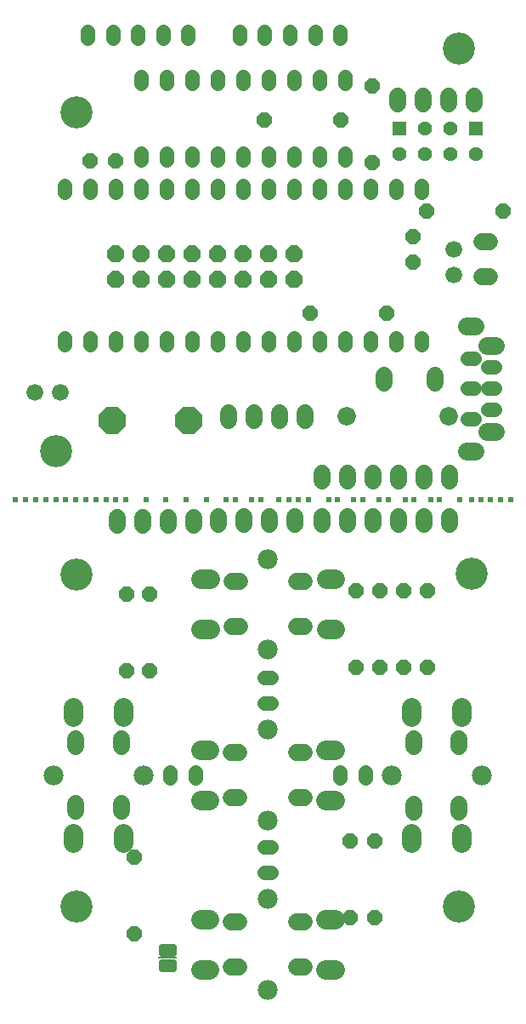
<source format=gbs>
G75*
G70*
%OFA0B0*%
%FSLAX24Y24*%
%IPPOS*%
%LPD*%
%AMOC8*
5,1,8,0,0,1.08239X$1,22.5*
%
%ADD10C,0.0237*%
%ADD11C,0.0572*%
%ADD12OC8,0.1080*%
%ADD13OC8,0.0572*%
%ADD14C,0.0660*%
%ADD15C,0.0566*%
%ADD16C,0.1261*%
%ADD17R,0.0566X0.0566*%
%ADD18C,0.0566*%
%ADD19C,0.0653*%
%ADD20C,0.0726*%
%ADD21C,0.0218*%
%ADD22R,0.0720X0.0060*%
%ADD23C,0.0715*%
%ADD24C,0.0660*%
%ADD25OC8,0.0660*%
%ADD26C,0.0775*%
%ADD27C,0.0781*%
D10*
X018790Y034752D03*
X019184Y034752D03*
X019578Y034752D03*
X019972Y034752D03*
X020365Y034752D03*
X020759Y034752D03*
X021153Y034752D03*
X021546Y034752D03*
X021940Y034752D03*
X022334Y034752D03*
X022728Y034752D03*
X023121Y034752D03*
X023909Y034752D03*
X024696Y034752D03*
X025483Y034752D03*
X026271Y034752D03*
X027058Y034752D03*
X027413Y034752D03*
X028062Y034752D03*
X028416Y034752D03*
X029105Y034752D03*
X029499Y034752D03*
X029893Y034752D03*
X030287Y034752D03*
X031074Y034752D03*
X031428Y034752D03*
X032058Y034752D03*
X032413Y034752D03*
X033062Y034752D03*
X033416Y034752D03*
X034066Y034752D03*
X034420Y034752D03*
X035070Y034752D03*
X035424Y034752D03*
X036212Y034752D03*
X036665Y034752D03*
X037058Y034752D03*
X037413Y034752D03*
X037806Y034752D03*
X038200Y034752D03*
D11*
X034725Y040842D02*
X034725Y041102D01*
X033725Y041102D02*
X033725Y040842D01*
X032725Y040842D02*
X032725Y041102D01*
X031725Y041102D02*
X031725Y040842D01*
X030725Y040842D02*
X030725Y041102D01*
X029725Y041102D02*
X029725Y040842D01*
X028725Y040842D02*
X028725Y041102D01*
X027725Y041102D02*
X027725Y040842D01*
X026725Y040842D02*
X026725Y041102D01*
X025725Y041102D02*
X025725Y040842D01*
X024725Y040842D02*
X024725Y041102D01*
X023725Y041102D02*
X023725Y040842D01*
X022725Y040842D02*
X022725Y041102D01*
X021725Y041102D02*
X021725Y040842D01*
X020725Y040842D02*
X020725Y041102D01*
X020725Y046817D02*
X020725Y047077D01*
X021725Y047077D02*
X021725Y046817D01*
X022725Y046817D02*
X022725Y047077D01*
X023725Y047077D02*
X023725Y046817D01*
X024725Y046817D02*
X024725Y047077D01*
X024725Y048067D02*
X024725Y048327D01*
X023725Y048327D02*
X023725Y048067D01*
X025725Y048067D02*
X025725Y048327D01*
X026725Y048327D02*
X026725Y048067D01*
X026725Y047077D02*
X026725Y046817D01*
X025725Y046817D02*
X025725Y047077D01*
X027725Y047077D02*
X027725Y046817D01*
X028725Y046817D02*
X028725Y047077D01*
X028725Y048067D02*
X028725Y048327D01*
X027725Y048327D02*
X027725Y048067D01*
X029725Y048067D02*
X029725Y048327D01*
X029725Y047077D02*
X029725Y046817D01*
X030725Y046817D02*
X030725Y047077D01*
X030725Y048067D02*
X030725Y048327D01*
X031725Y048327D02*
X031725Y048067D01*
X031725Y047077D02*
X031725Y046817D01*
X032725Y046817D02*
X032725Y047077D01*
X033725Y047077D02*
X033725Y046817D01*
X034725Y046817D02*
X034725Y047077D01*
X031725Y051067D02*
X031725Y051327D01*
X030725Y051327D02*
X030725Y051067D01*
X029725Y051067D02*
X029725Y051327D01*
X028725Y051327D02*
X028725Y051067D01*
X027725Y051067D02*
X027725Y051327D01*
X026725Y051327D02*
X026725Y051067D01*
X025725Y051067D02*
X025725Y051327D01*
X024725Y051327D02*
X024725Y051067D01*
X023725Y051067D02*
X023725Y051327D01*
X028542Y027811D02*
X028802Y027811D01*
X028802Y026811D02*
X028542Y026811D01*
X025846Y024114D02*
X025846Y023854D01*
X024846Y023854D02*
X024846Y024114D01*
X028542Y021157D02*
X028802Y021157D01*
X028802Y020157D02*
X028542Y020157D01*
X031499Y023854D02*
X031499Y024114D01*
X032499Y024114D02*
X032499Y023854D01*
D12*
X025591Y037870D03*
X022591Y037870D03*
D13*
X023156Y031058D03*
X024047Y031051D03*
X024047Y028051D03*
X023156Y028058D03*
X023450Y020784D03*
X023450Y017784D03*
X031930Y018390D03*
X032884Y018385D03*
X032884Y021385D03*
X031930Y021390D03*
X032157Y028212D03*
X033082Y028212D03*
X034007Y028212D03*
X034932Y028212D03*
X034932Y031212D03*
X034007Y031212D03*
X033082Y031212D03*
X032157Y031212D03*
X033357Y042054D03*
X034393Y044056D03*
X034393Y045056D03*
X034928Y046051D03*
X032767Y047964D03*
X031550Y049626D03*
X032767Y050964D03*
X028550Y049626D03*
X022700Y048047D03*
X021700Y048047D03*
X030357Y042054D03*
X037928Y046051D03*
D14*
X036775Y050263D02*
X036775Y050563D01*
X035775Y050563D02*
X035775Y050263D01*
X034775Y050263D02*
X034775Y050563D01*
X033775Y050563D02*
X033775Y050263D01*
X033243Y039646D02*
X033243Y039346D01*
X035243Y039346D02*
X035243Y039646D01*
X034798Y035807D02*
X034798Y035507D01*
X033798Y035507D02*
X033798Y035807D01*
X032798Y035807D02*
X032798Y035507D01*
X031798Y035507D02*
X031798Y035807D01*
X030798Y035807D02*
X030798Y035507D01*
X030798Y034114D02*
X030798Y033814D01*
X031798Y033814D02*
X031798Y034114D01*
X032798Y034114D02*
X032798Y033814D01*
X033798Y033814D02*
X033798Y034114D01*
X034798Y034114D02*
X034798Y033814D01*
X035798Y033814D02*
X035798Y034114D01*
X035798Y035507D02*
X035798Y035807D01*
X030133Y037869D02*
X030133Y038169D01*
X029133Y038169D02*
X029133Y037869D01*
X028133Y037869D02*
X028133Y038169D01*
X027133Y038169D02*
X027133Y037869D01*
X026739Y034094D02*
X026739Y033794D01*
X025783Y033775D02*
X025783Y034075D01*
X024783Y034075D02*
X024783Y033775D01*
X023783Y033775D02*
X023783Y034075D01*
X022783Y034075D02*
X022783Y033775D01*
X027267Y031567D02*
X027567Y031567D01*
X027567Y029787D02*
X027267Y029787D01*
X029827Y029787D02*
X030127Y029787D01*
X030127Y031567D02*
X029827Y031567D01*
X029739Y033794D02*
X029739Y034094D01*
X028739Y034094D02*
X028739Y033794D01*
X027739Y033794D02*
X027739Y034094D01*
X022932Y025413D02*
X022932Y025113D01*
X021152Y025113D02*
X021152Y025413D01*
X021152Y022853D02*
X021152Y022553D01*
X022932Y022553D02*
X022932Y022853D01*
X027242Y023088D02*
X027542Y023088D01*
X027542Y024868D02*
X027242Y024868D01*
X029802Y024868D02*
X030102Y024868D01*
X030102Y023088D02*
X029802Y023088D01*
X029804Y018240D02*
X030104Y018240D01*
X030104Y016460D02*
X029804Y016460D01*
X027544Y016460D02*
X027244Y016460D01*
X027244Y018240D02*
X027544Y018240D01*
X034412Y022548D02*
X034412Y022848D01*
X036192Y022848D02*
X036192Y022548D01*
X036192Y025108D02*
X036192Y025408D01*
X034412Y025408D02*
X034412Y025108D01*
D15*
X036522Y037938D02*
X036780Y037938D01*
X037322Y038286D02*
X037580Y038286D01*
X037580Y039119D02*
X037322Y039119D01*
X037322Y039952D02*
X037580Y039952D01*
X036780Y040300D02*
X036522Y040300D01*
X036522Y039119D02*
X036780Y039119D01*
X031511Y052843D02*
X031511Y053101D01*
X031511Y052844D01*
X030534Y052849D02*
X030534Y053107D01*
X030534Y053095D02*
X030534Y052837D01*
X029544Y052837D02*
X029544Y053095D01*
X029544Y053107D02*
X029544Y052849D01*
X028554Y052849D02*
X028554Y053107D01*
X028554Y053095D02*
X028554Y052837D01*
X027574Y052837D02*
X027574Y053095D01*
X027574Y053107D02*
X027574Y052849D01*
X025561Y052844D02*
X025561Y053101D01*
X025561Y052843D01*
X024584Y052837D02*
X024584Y053095D01*
X024584Y053107D02*
X024584Y052849D01*
X023594Y052849D02*
X023594Y053107D01*
X023594Y053095D02*
X023594Y052837D01*
X022604Y052837D02*
X022604Y053095D01*
X022604Y053107D02*
X022604Y052849D01*
X021624Y052849D02*
X021624Y053107D01*
X021624Y053095D02*
X021624Y052837D01*
D16*
X021172Y049947D03*
X020385Y036653D03*
X021172Y031850D03*
X021172Y018838D03*
X036172Y018838D03*
X036665Y031858D03*
X036172Y052447D03*
D17*
X036844Y049303D03*
X033844Y049303D03*
D18*
X034844Y049303D03*
X035844Y049303D03*
X035844Y048303D03*
X034844Y048303D03*
X033844Y048303D03*
X036844Y048303D03*
D19*
X037070Y044873D02*
X037367Y044873D01*
X037362Y044867D02*
X037065Y044867D01*
X037070Y043495D02*
X037367Y043495D01*
X037362Y043489D02*
X037065Y043489D01*
D20*
X035775Y038019D03*
X031775Y038019D03*
D21*
X024976Y017282D02*
X024976Y016994D01*
X024518Y016994D01*
X024518Y017282D01*
X024976Y017282D01*
X024976Y017211D02*
X024518Y017211D01*
X024976Y016682D02*
X024976Y016394D01*
X024518Y016394D01*
X024518Y016682D01*
X024976Y016682D01*
X024976Y016611D02*
X024518Y016611D01*
D22*
X024747Y016838D03*
D23*
X036489Y036658D02*
X036814Y036658D01*
X037289Y037446D02*
X037614Y037446D01*
X037614Y040792D02*
X037289Y040792D01*
X036814Y041580D02*
X036489Y041580D01*
D24*
X035995Y043555D03*
X035995Y044555D03*
X020542Y038964D03*
X019542Y038964D03*
D25*
X022712Y043385D03*
X022712Y044385D03*
X023712Y044385D03*
X023712Y043385D03*
X024712Y043385D03*
X024712Y044385D03*
X025712Y044385D03*
X025712Y043385D03*
X026712Y043385D03*
X026712Y044385D03*
X027712Y044385D03*
X027712Y043385D03*
X028712Y043385D03*
X028712Y044385D03*
X029712Y044385D03*
X029712Y043385D03*
D26*
X030976Y031657D02*
X031328Y031657D01*
X031328Y029697D02*
X030976Y029697D01*
X034326Y026620D02*
X034326Y026268D01*
X036286Y026268D02*
X036286Y026620D01*
X036286Y021700D02*
X036286Y021348D01*
X034326Y021348D02*
X034326Y021700D01*
X031309Y023004D02*
X030956Y023004D01*
X030956Y024964D02*
X031309Y024964D01*
X026389Y024964D02*
X026036Y024964D01*
X026036Y023004D02*
X026389Y023004D01*
X023019Y021700D02*
X023019Y021348D01*
X021059Y021348D02*
X021059Y021700D01*
X021059Y026268D02*
X021059Y026620D01*
X023019Y026620D02*
X023019Y026268D01*
X026056Y029697D02*
X026408Y029697D01*
X026408Y031657D02*
X026056Y031657D01*
X026036Y018330D02*
X026389Y018330D01*
X026389Y016370D02*
X026036Y016370D01*
X030956Y016370D02*
X031309Y016370D01*
X031309Y018330D02*
X030956Y018330D01*
D27*
X020269Y023984D03*
X023809Y023984D03*
X028672Y025754D03*
X028692Y028907D03*
X028692Y032447D03*
X033536Y023984D03*
X037076Y023984D03*
X028672Y022214D03*
X028672Y019120D03*
X028672Y015580D03*
M02*

</source>
